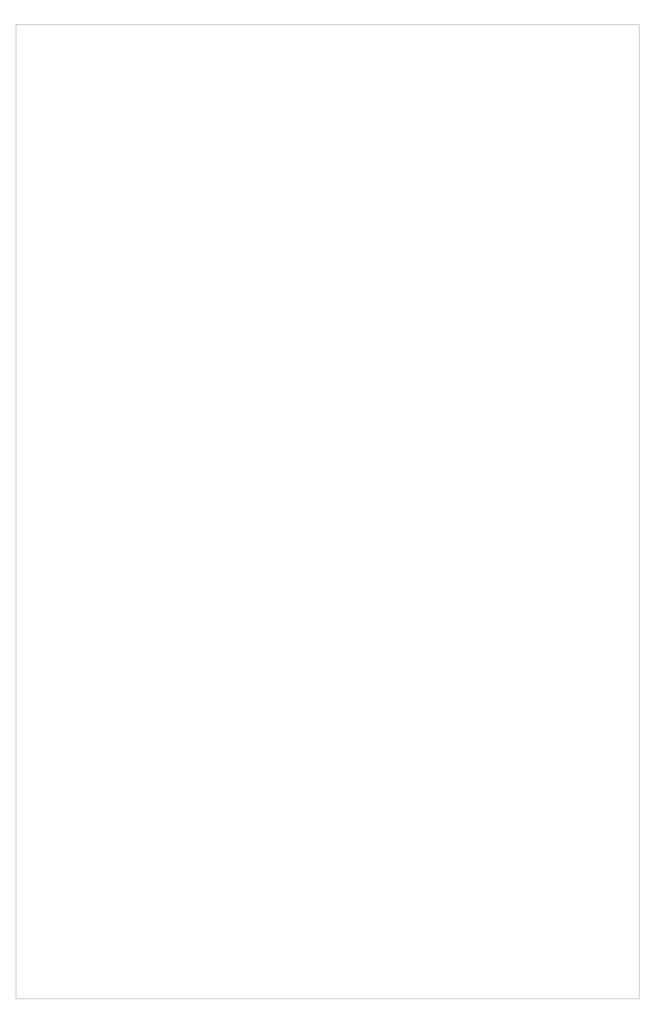
<source format=gm1>
G04 #@! TF.GenerationSoftware,KiCad,Pcbnew,5.1.6-c6e7f7d~86~ubuntu18.04.1*
G04 #@! TF.CreationDate,2020-06-23T20:17:20+12:00*
G04 #@! TF.ProjectId,M1 Backplane,4d312042-6163-46b7-906c-616e652e6b69,rev?*
G04 #@! TF.SameCoordinates,Original*
G04 #@! TF.FileFunction,Profile,NP*
%FSLAX46Y46*%
G04 Gerber Fmt 4.6, Leading zero omitted, Abs format (unit mm)*
G04 Created by KiCad (PCBNEW 5.1.6-c6e7f7d~86~ubuntu18.04.1) date 2020-06-23 20:17:20*
%MOMM*%
%LPD*%
G01*
G04 APERTURE LIST*
G04 #@! TA.AperFunction,Profile*
%ADD10C,0.050000*%
G04 #@! TD*
G04 APERTURE END LIST*
D10*
X228505000Y-76240000D02*
X228505000Y-326240000D01*
X68505000Y-76240000D02*
X228505000Y-76240000D01*
X68505000Y-326240000D02*
X68505000Y-76240000D01*
X68505000Y-326240000D02*
X228505000Y-326240000D01*
M02*

</source>
